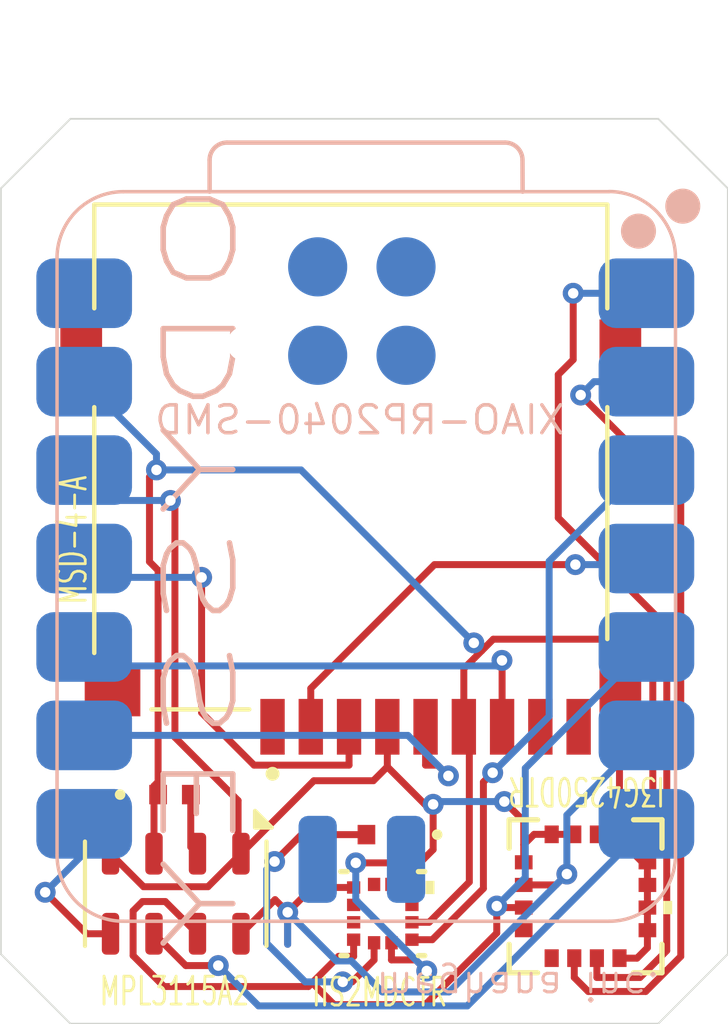
<source format=kicad_pcb>
(kicad_pcb (version 20241229) (generator "pcbnew") (generator_version "9.0")
  (title_block (title "Odyssey") (date "4/23/2025") (company "Hack Club") (comment 1 "apex.hackclub.com"))
  (layers (0 "F.Cu" signal) (2 "B.Cu" signal) (13 "F.Paste" user) (15 "B.Paste" user) (5 "F.SilkS" user "F.Silkscreen") (7 "B.SilkS" user "B.Silkscreen") (1 "F.Mask" user) (3 "B.Mask" user) (25 "Edge.Cuts" user))
  (net 0 "")
  (net 3 "3.3V XIAO")
  (net 4 "I3G4 INT2")
  (net 5 "XIAO SCL")
  (net 7 "I3G4 INT1")
  (net 8 "XIAO SDA")
  (net 9 "Net-(U2-C1)")
  (net 10 "IIS2 INT")
  (net 11 "MPL INT2")
  (net 12 "MPL INT1")
  (net 13 "Net-(U5-CAP)")
  (net 19 "MISO")
  (net 21 "MSD STAT")
  (net 23 "CLK")
  (net 24 "MOSI")
  (net 25 "GND")
  (net 33 "Net-(C3-Pad1)")
  (footprint "footprints:I3G4250DTR" (layer "F.Cu") (at 71.25 66.03)
    (property "Reference" "U1" (hide yes))
    (property "Value" "I3G4250DTR" (at 0.025001 -3.022 180) (layer "F.SilkS") (effects (font (size 0.8 0.5) (thickness 0.08))))
    (fp_line (start -2.1971 -2.1971) (end -2.1971 -1.380585) (stroke (width 0.1524)) (layer "F.SilkS"))
    (fp_line (start -2.1971 1.380585) (end -2.1971 2.1971) (stroke (width 0.1524)) (layer "F.SilkS"))
    (fp_line (start -2.1971 2.1971) (end -1.380585 2.1971) (stroke (width 0.1524)) (layer "F.SilkS"))
    (fp_line (start -1.380585 -2.1971) (end -2.1971 -2.1971) (stroke (width 0.1524)) (layer "F.SilkS"))
    (fp_line (start 1.380585 2.1971) (end 2.1971 2.1971) (stroke (width 0.1524)) (layer "F.SilkS"))
    (fp_line (start 2.1971 -2.1971) (end 1.380585 -2.1971) (stroke (width 0.1524)) (layer "F.SilkS"))
    (fp_line (start 2.1971 -1.380585) (end 2.1971 -2.1971) (stroke (width 0.1524)) (layer "F.SilkS"))
    (fp_line (start 2.1971 2.1971) (end 2.1971 1.380585) (stroke (width 0.1524)) (layer "F.SilkS"))
    (fp_poly (pts (xy 2.4892 0.134501) (xy 2.4892 0.515501) (xy 2.2352 0.515501) (xy 2.2352 0.134501)) (fill yes) (layer "F.SilkS"))
    (pad "1" smd rect (at -1.778 -0.974999 90) (size 0.4064 0.508) (layers "F.Cu" "F.Mask" "F.Paste") (net 3 "3.3V XIAO"))
    (pad "2" smd rect (at -1.778 -0.325001 90) (size 0.4064 0.508) (layers "F.Cu" "F.Mask" "F.Paste") (net 5 "XIAO SCL"))
    (pad "3" smd rect (at -1.778 0.325001 90) (size 0.4064 0.508) (layers "F.Cu" "F.Mask" "F.Paste") (net 8 "XIAO SDA"))
    (pad "4" smd rect (at -1.778 0.974999 90) (size 0.4064 0.508) (layers "F.Cu" "F.Mask" "F.Paste"))
    (pad "5" smd rect (at -0.974999 1.778) (size 0.4064 0.508) (layers "F.Cu" "F.Mask" "F.Paste"))
    (pad "6" smd rect (at -0.325001 1.778) (size 0.4064 0.508) (layers "F.Cu" "F.Mask" "F.Paste") (net 4 "I3G4 INT2"))
    (pad "7" smd rect (at 0.325001 1.778) (size 0.4064 0.508) (layers "F.Cu" "F.Mask" "F.Paste") (net 7 "I3G4 INT1"))
    (pad "8" smd rect (at 0.974999 1.778) (size 0.4064 0.508) (layers "F.Cu" "F.Mask" "F.Paste") (net 25 "GND"))
    (pad "9" smd rect (at 1.778 0.974999 90) (size 0.4064 0.508) (layers "F.Cu" "F.Mask" "F.Paste") (net 25 "GND"))
    (pad "10" smd rect (at 1.778 0.325001 90) (size 0.4064 0.508) (layers "F.Cu" "F.Mask" "F.Paste") (net 25 "GND"))
    (pad "11" smd rect (at 1.778 -0.325001 90) (size 0.4064 0.508) (layers "F.Cu" "F.Mask" "F.Paste") (net 25 "GND"))
    (pad "12" smd rect (at 1.778 -0.974999 90) (size 0.4064 0.508) (layers "F.Cu" "F.Mask" "F.Paste") (net 25 "GND"))
    (pad "13" smd rect (at 0.974999 -1.778) (size 0.4064 0.508) (layers "F.Cu" "F.Mask" "F.Paste") (net 25 "GND"))
    (pad "14" smd rect (at 0.325001 -1.778) (size 0.4064 0.508) (layers "F.Cu" "F.Mask" "F.Paste"))
    (pad "15" smd rect (at -0.325001 -1.778) (size 0.4064 0.508) (layers "F.Cu" "F.Mask" "F.Paste") (net 3 "3.3V XIAO"))
    (pad "16" smd rect (at -0.974999 -1.778) (size 0.4064 0.508) (layers "F.Cu" "F.Mask" "F.Paste") (net 3 "3.3V XIAO"))
  )
  (footprint "footprints:CUI_MSD-4-A" (layer "F.Cu") (at 64.5 53.4125 180)
    (property "Reference" "J1" (hide yes))
    (property "Value" "MSD-4-A" (at 8 -2.3875 90) (layer "F.SilkS") (effects (font (size 0.8 0.5) (thickness 0.08))))
    (fp_line (start 7.375 4.27) (end 7.375 7.25) (stroke (width 0.127)) (layer "F.SilkS"))
    (fp_line (start 7.375 -5.63) (end 7.375 1.43) (stroke (width 0.127)) (layer "F.SilkS"))
    (fp_line (start 5.73 -7.25) (end 2.92 -7.25) (stroke (width 0.127)) (layer "F.SilkS"))
    (fp_line (start -7.375 7.25) (end 7.375 7.25) (stroke (width 0.127)) (layer "F.SilkS"))
    (fp_line (start -7.375 4.27) (end -7.375 7.25) (stroke (width 0.127)) (layer "F.SilkS"))
    (fp_line (start -7.375 -5.23) (end -7.375 1.43) (stroke (width 0.127)) (layer "F.SilkS"))
    (fp_circle (center 2.25 -9.1) (end 2.35 -9.1) (stroke (width 0.2)) (fill no) (layer "F.SilkS"))
    (pad "" np_thru_hole circle (at -4.95 3.25 180) (size 1 1) (drill 1) (layers "*.Cu" "*.Mask"))
    (pad "" np_thru_hole circle (at 3.05 3.25 180) (size 1 1) (drill 1) (layers "*.Cu" "*.Mask"))
    (pad "1" smd rect (at 2.25 -7.75 180) (size 0.7 1.6) (layers "F.Cu" "F.Mask" "F.Paste"))
    (pad "2" smd rect (at 1.15 -7.75 180) (size 0.7 1.6) (layers "F.Cu" "F.Mask" "F.Paste") (net 21 "MSD STAT"))
    (pad "3" smd rect (at 0.05 -7.75 180) (size 0.7 1.6) (layers "F.Cu" "F.Mask" "F.Paste") (net 24 "MOSI"))
    (pad "4" smd rect (at -1.05 -7.75 180) (size 0.7 1.6) (layers "F.Cu" "F.Mask" "F.Paste") (net 3 "3.3V XIAO"))
    (pad "5" smd rect (at -2.15 -7.75 180) (size 0.7 1.6) (layers "F.Cu" "F.Mask" "F.Paste") (net 23 "CLK"))
    (pad "6" smd rect (at -3.25 -7.75 180) (size 0.7 1.6) (layers "F.Cu" "F.Mask" "F.Paste") (net 25 "GND"))
    (pad "7" smd rect (at -4.35 -7.75 180) (size 0.7 1.6) (layers "F.Cu" "F.Mask" "F.Paste") (net 19 "MISO"))
    (pad "8" smd rect (at -5.45 -7.75 180) (size 0.7 1.6) (layers "F.Cu" "F.Mask" "F.Paste"))
    (pad "CD" smd rect (at -6.55 -7.75 180) (size 0.7 1.6) (layers "F.Cu" "F.Mask" "F.Paste"))
    (pad "G1" smd rect (at -7.75 -6.45 180) (size 1.2 1.8) (layers "F.Cu" "F.Mask" "F.Paste"))
    (pad "G2" smd rect (at 6.85 -6.7 180) (size 1.6 1.5) (layers "F.Cu" "F.Mask" "F.Paste"))
    (pad "G3" smd rect (at -7.75 2.85 180) (size 1.2 2.2) (layers "F.Cu" "F.Mask" "F.Paste"))
    (pad "G4" smd rect (at 7.75 2.85 180) (size 1.2 2.2) (layers "F.Cu" "F.Mask" "F.Paste"))
  )
  (footprint "footprints:CAP_0402_N_WAL" (layer "F.Cu") (at 65.4199 64.26 180)
    (property "Reference" "C3" (hide yes))
    (property "Value" "C2" (hide yes))
    (fp_circle (center -1.5621 0) (end -1.4859 0) (stroke (width 0.1524)) (fill no) (layer "F.SilkS"))
    (pad "1" smd rect (at -0.4699 0 180) (size 0.508 0.5588) (layers "F.Cu" "F.Mask" "F.Paste") (net 33 "Net-(C3-Pad1)"))
    (pad "2" smd rect (at 0.4699 0 180) (size 0.508 0.5588) (layers "F.Cu" "F.Mask" "F.Paste") (net 9 "Net-(U2-C1)"))
  )
  (footprint "footprints:IIS2MDCTR" (layer "F.Cu") (at 65.42 66.5282)
    (property "Reference" "U2" (hide yes))
    (property "Value" "IIS2MDCTR" (at -0.09 2.2618 0) (layer "F.SilkS") (effects (font (size 0.8 0.5) (thickness 0.08))))
    (fp_line (start -1.2065 1.2065) (end -1.024229 1.2065) (stroke (width 0.1524)) (layer "F.SilkS"))
    (fp_line (start -1.024229 -1.2065) (end -1.2065 -1.2065) (stroke (width 0.1524)) (layer "F.SilkS"))
    (fp_line (start 1.024229 1.2065) (end 1.2065 1.2065) (stroke (width 0.1524)) (layer "F.SilkS"))
    (fp_line (start 1.2065 -1.2065) (end 1.024229 -1.2065) (stroke (width 0.1524)) (layer "F.SilkS"))
    (fp_poly (pts (xy 1.4859 -0.940501) (xy 1.4859 -0.559501) (xy 1.2319 -0.559501) (xy 1.2319 -0.940501)) (fill yes) (layer "F.SilkS"))
    (pad "1" smd rect (at -0.8382 -0.750001 90) (size 0.3556 0.381) (layers "F.Cu" "F.Mask" "F.Paste") (net 5 "XIAO SCL"))
    (pad "2" smd rect (at -0.8382 -0.25 90) (size 0.3556 0.381) (layers "F.Cu" "F.Mask" "F.Paste"))
    (pad "3" smd rect (at -0.8382 0.25 90) (size 0.3556 0.381) (layers "F.Cu" "F.Mask" "F.Paste"))
    (pad "4" smd rect (at -0.8382 0.750001 90) (size 0.3556 0.381) (layers "F.Cu" "F.Mask" "F.Paste") (net 8 "XIAO SDA"))
    (pad "5" smd rect (at -0.25 0.8382) (size 0.3556 0.381) (layers "F.Cu" "F.Mask" "F.Paste") (net 9 "Net-(U2-C1)"))
    (pad "6" smd rect (at 0.25 0.8382) (size 0.3556 0.381) (layers "F.Cu" "F.Mask" "F.Paste") (net 33 "Net-(C3-Pad1)"))
    (pad "7" smd rect (at 0.8382 0.750001 90) (size 0.3556 0.381) (layers "F.Cu" "F.Mask" "F.Paste") (net 10 "IIS2 INT"))
    (pad "8" smd rect (at 0.8382 0.25 90) (size 0.3556 0.381) (layers "F.Cu" "F.Mask" "F.Paste") (net 25 "GND"))
    (pad "9" smd rect (at 0.8382 -0.25 90) (size 0.3556 0.381) (layers "F.Cu" "F.Mask" "F.Paste") (net 3 "3.3V XIAO"))
    (pad "10" smd rect (at 0.8382 -0.750001 90) (size 0.3556 0.381) (layers "F.Cu" "F.Mask" "F.Paste") (net 3 "3.3V XIAO"))
    (pad "11" smd rect (at 0.25 -0.8382) (size 0.3556 0.381) (layers "F.Cu" "F.Mask" "F.Paste"))
    (pad "12" smd rect (at -0.25 -0.8382) (size 0.3556 0.381) (layers "F.Cu" "F.Mask" "F.Paste"))
  )
  (footprint "Package_LGA:NXP_LGA-8_3x5mm_P1.25mm_H1.1mm" (layer "F.Cu") (at 59.4675 65.9575 -90)
    (property "Reference" "U5" (hide yes))
    (property "Value" "MPL3115A2" (at 2.8025 0.0375 180) (layer "F.SilkS") (effects (font (size 0.8 0.5) (thickness 0.08))))
    (fp_line (start -1.5 2.61) (end 1.5 2.61) (stroke (width 0.12)) (layer "F.SilkS"))
    (fp_line (start -1.5 -2.61) (end 1.5 -2.61) (stroke (width 0.12)) (layer "F.SilkS"))
    (fp_poly (pts (xy -1.9 -2.28) (xy -2.38 -2.28) (xy -1.9 -2.76) (xy -1.9 -2.28)) (stroke (width 0.12)) (fill yes) (layer "F.SilkS"))
    (pad "1" smd roundrect (at -1.15 -1.875 270) (size 1.2 0.5) (layers "F.Cu" "F.Mask" "F.Paste") (net 3 "3.3V XIAO"))
    (pad "2" smd roundrect (at -1.15 -0.625 270) (size 1.2 0.5) (layers "F.Cu" "F.Mask" "F.Paste") (net 13 "Net-(U5-CAP)"))
    (pad "3" smd roundrect (at -1.15 0.625 270) (size 1.2 0.5) (layers "F.Cu" "F.Mask" "F.Paste") (net 25 "GND"))
    (pad "4" smd roundrect (at -1.15 1.875 270) (size 1.2 0.5) (layers "F.Cu" "F.Mask" "F.Paste") (net 3 "3.3V XIAO"))
    (pad "5" smd roundrect (at 1.15 1.875 270) (size 1.2 0.5) (layers "F.Cu" "F.Mask" "F.Paste") (net 11 "MPL INT2"))
    (pad "6" smd roundrect (at 1.15 0.625 270) (size 1.2 0.5) (layers "F.Cu" "F.Mask" "F.Paste") (net 12 "MPL INT1"))
    (pad "7" smd roundrect (at 1.15 -0.625 270) (size 1.2 0.5) (layers "F.Cu" "F.Mask" "F.Paste") (net 8 "XIAO SDA"))
    (pad "8" smd roundrect (at 1.15 -1.875 270) (size 1.2 0.5) (layers "F.Cu" "F.Mask" "F.Paste") (net 5 "XIAO SCL"))
  )
  (footprint "footprints:CAP_0402_N_WAL" (layer "F.Cu") (at 59.43 63.11)
    (property "Reference" "C1" (hide yes))
    (property "Value" "0402B104K160CT" (hide yes))
    (fp_circle (center -1.5621 0) (end -1.4859 0) (stroke (width 0.1524)) (fill no) (layer "F.SilkS"))
    (pad "1" smd rect (at -0.4699 0) (size 0.508 0.5588) (layers "F.Cu" "F.Mask" "F.Paste") (net 25 "GND"))
    (pad "2" smd rect (at 0.4699 0) (size 0.508 0.5588) (layers "F.Cu" "F.Mask" "F.Paste") (net 13 "Net-(U5-CAP)"))
  )
  (footprint "footprints:XIAO-RP2040-SMD" (layer "B.Cu") (at 65 56.33 180)
    (property "Reference" "U3" (hide yes))
    (property "Value" "XIAO-RP2040-SMD" (at 0.2455 3.98025 0) (layer "B.SilkS") (effects (font (size 0.8 0.8) (thickness 0.1016)) (justify mirror)))
    (fp_line (start 8.945 -8.513) (end 8.945 8.632) (stroke (width 0.1)) (layer "B.SilkS"))
    (fp_line (start 7.04 10.537) (end -6.93 10.537) (stroke (width 0.1)) (layer "B.SilkS"))
    (fp_line (start 4.559 11.447) (end 4.559 10.537) (stroke (width 0.127)) (layer "B.SilkS"))
    (fp_line (start -3.936272 11.947) (end 4.059 11.947) (stroke (width 0.127)) (layer "B.SilkS"))
    (fp_line (start -4.44 10.537) (end -4.436272 11.447272) (stroke (width 0.127)) (layer "B.SilkS"))
    (fp_line (start -6.93 -10.418) (end 7.04 -10.418) (stroke (width 0.1)) (layer "B.SilkS"))
    (fp_line (start -8.835 -8.513) (end -8.835 8.632) (stroke (width 0.1)) (layer "B.SilkS"))
    (fp_arc (start 8.945 8.632) (mid 8.387038 9.979038) (end 7.04 10.537) (stroke (width 0.1)) (layer "B.SilkS"))
    (fp_arc (start 7.04 -10.418) (mid 8.387038 -9.860038) (end 8.945 -8.513) (stroke (width 0.1)) (layer "B.SilkS"))
    (fp_arc (start 4.559 11.447) (mid 4.412553 11.800553) (end 4.059 11.947) (stroke (width 0.127)) (layer "B.SilkS"))
    (fp_arc (start -3.936272 11.947) (mid -4.289724 11.800644) (end -4.436272 11.447272) (stroke (width 0.127)) (layer "B.SilkS"))
    (fp_arc (start -6.93 10.541) (mid -8.277038 9.983038) (end -8.835 8.636) (stroke (width 0.1)) (layer "B.SilkS"))
    (fp_arc (start -8.835 -8.513) (mid -8.277038 -9.860038) (end -6.93 -10.418) (stroke (width 0.1)) (layer "B.SilkS"))
    (fp_circle (center -7.771 9.404) (end -7.771 9.658) (stroke (width 0.5)) (fill yes) (layer "B.SilkS"))
    (fp_circle (center -9.045 10.121) (end -9.045 10.375) (stroke (width 0.5)) (fill yes) (layer "B.SilkS"))
    (pad "1" smd roundrect (at -8 7.62 180) (size 2.75 2) (layers "B.Cu" "B.Mask" "B.Paste") (net 7 "I3G4 INT1"))
    (pad "2" smd roundrect (at -8 5.08 180) (size 2.75 2) (layers "B.Cu" "B.Mask" "B.Paste") (net 4 "I3G4 INT2"))
    (pad "3" smd roundrect (at -8 2.54 180) (size 2.75 2) (layers "B.Cu" "B.Mask" "B.Paste") (net 10 "IIS2 INT"))
    (pad "4" smd roundrect (at -8 0 180) (size 2.75 2) (layers "B.Cu" "B.Mask" "B.Paste") (net 21 "MSD STAT"))
    (pad "5" smd roundrect (at -8 -2.54 180) (size 2.75 2) (layers "B.Cu" "B.Mask" "B.Paste") (net 8 "XIAO SDA"))
    (pad "6" smd roundrect (at -8 -5.08 180) (size 2.75 2) (layers "B.Cu" "B.Mask" "B.Paste") (net 5 "XIAO SCL"))
    (pad "7" smd roundrect (at -8 -7.62 180) (size 2.75 2) (layers "B.Cu" "B.Mask" "B.Paste") (net 12 "MPL INT1"))
    (pad "8" smd roundrect (at 8.165 -7.62 180) (size 2.75 2) (layers "B.Cu" "B.Mask" "B.Paste") (net 11 "MPL INT2"))
    (pad "9" smd roundrect (at 8.165 -5.08 180) (size 2.75 2) (layers "B.Cu" "B.Mask" "B.Paste") (net 23 "CLK"))
    (pad "10" smd roundrect (at 8.165 -2.54 180) (size 2.75 2) (layers "B.Cu" "B.Mask" "B.Paste") (net 19 "MISO"))
    (pad "11" smd roundrect (at 8.165 0 180) (size 2.75 2) (layers "B.Cu" "B.Mask" "B.Paste") (net 24 "MOSI"))
    (pad "12" smd roundrect (at 8.165 2.54 180) (size 2.75 2) (layers "B.Cu" "B.Mask" "B.Paste") (net 3 "3.3V XIAO"))
    (pad "13" smd roundrect (at 8.165 5.08 180) (size 2.75 2) (layers "B.Cu" "B.Mask" "B.Paste") (net 25 "GND"))
    (pad "14" smd roundrect (at 8.165 7.62 180) (size 2.75 2) (layers "B.Cu" "B.Mask" "B.Paste"))
    (pad "15" smd roundrect (at -1.088 -8.64 270) (size 2.5 1.1) (layers "B.Cu" "B.Mask" "B.Paste"))
    (pad "16" smd roundrect (at 1.452 -8.64 270) (size 2.5 1.1) (layers "B.Cu" "B.Mask" "B.Paste"))
    (pad "17" smd circle (at -1.088 8.378 180) (size 1.7 1.7) (layers "B.Cu" "B.Mask" "B.Paste"))
    (pad "18" smd circle (at 1.452 8.378 180) (size 1.7 1.7) (layers "B.Cu" "B.Mask" "B.Paste"))
    (pad "19" smd circle (at -1.088 5.838 180) (size 1.7 1.7) (layers "B.Cu" "B.Mask" "B.Paste"))
    (pad "20" smd circle (at 1.452 5.838 180) (size 1.7 1.7) (layers "B.Cu" "B.Mask" "B.Paste"))
  )
  (gr_line (start 73.34 69.69) (end 75.34 67.69) (stroke (width 0.05)) (layer "Edge.Cuts"))
  (gr_line (start 75.34 45.7) (end 73.34 43.7) (stroke (width 0.05)) (layer "Edge.Cuts"))
  (gr_line (start 56.44 69.69) (end 73.34 69.69) (stroke (width 0.05)) (layer "Edge.Cuts"))
  (gr_line (start 54.44 45.7) (end 56.44 43.7) (stroke (width 0.05)) (layer "Edge.Cuts"))
  (gr_line (start 56.44 43.7) (end 73.34 43.7) (stroke (width 0.05)) (layer "Edge.Cuts"))
  (gr_line (start 54.44 67.69) (end 54.44 45.7) (stroke (width 0.05)) (layer "Edge.Cuts"))
  (gr_line (start 54.44 67.69) (end 56.44 69.69) (stroke (width 0.05)) (layer "Edge.Cuts"))
  (gr_line (start 75.34 67.69) (end 75.34 45.7) (stroke (width 0.05)) (layer "Edge.Cuts"))
  (gr_text "meghana inc." (at 65.17 68.14 180) (layer "B.SilkS") (effects (font (size 0.8 0.8) (thickness 0.0875)) (justify left bottom mirror)))
  (gr_text "ODYSSEY" (at 61.36 45.25 90) (layer "B.SilkS") (effects (font (size 2 3.4) (thickness 0.16) (bold yes)) (justify left bottom mirror)))
  (segment (start 68.9143 63.3105) (end 69.472 63.8682) (width 0.2) (layer "F.Cu") (net 3))
  (segment (start 69.472 65.055) (end 69.472 64.5501) (width 0.2) (layer "F.Cu") (net 3))
  (segment (start 66.2582 65.7782) (end 66.2582 65.2987) (width 0.2) (layer "F.Cu") (net 3))
  (segment (start 66.6292 63.3898) (end 66.8675 63.3898) (width 0.2) (layer "F.Cu") (net 3))
  (segment (start 59.3143 54.6625) (end 59.4441 54.7923) (width 0.2) (layer "F.Cu") (net 3))
  (segment (start 61.2597 64.8903) (end 60.3932 65.7568) (width 0.2) (layer "F.Cu") (net 3))
  (segment (start 69.472 64.5501) (end 69.7701 64.252) (width 0.2) (layer "F.Cu") (net 3))
  (segment (start 65.1483 62.7123) (end 65.55 62.3106) (width 0.2) (layer "F.Cu") (net 3))
  (segment (start 61.3425 64.8075) (end 63.4377 62.7123) (width 0.2) (layer "F.Cu") (net 3))
  (segment (start 69.472 63.8682) (end 69.472 64.5501) (width 0.2) (layer "F.Cu") (net 3))
  (segment (start 66.8675 64.6894) (end 66.2582 65.2987) (width 0.2) (layer "F.Cu") (net 3))
  (segment (start 70.275 64.252) (end 69.7701 64.252) (width 0.2) (layer "F.Cu") (net 3))
  (segment (start 63.4377 62.7123) (end 65.1483 62.7123) (width 0.2) (layer "F.Cu") (net 3))
  (segment (start 66.8675 63.3898) (end 66.8675 64.6894) (width 0.2) (layer "F.Cu") (net 3))
  (segment (start 61.2597 64.8075) (end 61.3425 64.8075) (width 0.2) (layer "F.Cu") (net 3))
  (segment (start 61.2597 64.8075) (end 61.2597 64.8903) (width 0.2) (layer "F.Cu") (net 3))
  (segment (start 66.2582 66.2782) (end 66.2582 65.7782) (width 0.2) (layer "F.Cu") (net 3))
  (segment (start 59.4441 61.4653) (end 61.2597 63.2809) (width 0.2) (layer "F.Cu") (net 3))
  (segment (start 65.55 61.1625) (end 65.55 62.2642) (width 0.2) (layer "F.Cu") (net 3))
  (segment (start 65.55 62.2642) (end 65.55 62.3106) (width 0.2) (layer "F.Cu") (net 3))
  (segment (start 65.55 62.3106) (end 66.6292 63.3898) (width 0.2) (layer "F.Cu") (net 3))
  (segment (start 60.3932 65.7568) (end 58.5418 65.7568) (width 0.2) (layer "F.Cu") (net 3))
  (segment (start 58.5418 65.7568) (end 57.5925 64.8075) (width 0.2) (layer "F.Cu") (net 3))
  (segment (start 61.2597 63.2809) (end 61.2597 64.8075) (width 0.2) (layer "F.Cu") (net 3))
  (segment (start 59.4441 54.7923) (end 59.4441 61.4653) (width 0.2) (layer "F.Cu") (net 3))
  (segment (start 70.925 64.252) (end 70.275 64.252) (width 0.2) (layer "F.Cu") (net 3))
  (via (at 68.9143 63.3105) (size 0.6) (drill 0.3) (layers "F.Cu" "B.Cu") (net 3))
  (via (at 66.8675 63.3898) (size 0.6) (drill 0.3) (layers "F.Cu" "B.Cu") (net 3))
  (via (at 59.3143 54.6625) (size 0.6) (drill 0.3) (layers "F.Cu" "B.Cu") (net 3))
  (segment (start 68.9143 63.3105) (end 66.9468 63.3105) (width 0.2) (layer "B.Cu") (net 3))
  (segment (start 57.7075 54.6625) (end 56.835 53.79) (width 0.2) (layer "B.Cu") (net 3))
  (segment (start 59.3143 54.6625) (end 57.7075 54.6625) (width 0.2) (layer "B.Cu") (net 3))
  (segment (start 66.9468 63.3105) (end 66.8675 63.3898) (width 0.2) (layer "B.Cu") (net 3))
  (segment (start 73.5852 64.1603) (end 73.5852 61.597) (width 0.2) (layer "F.Cu") (net 4))
  (segment (start 72.9791 68.7654) (end 73.9869 67.7576) (width 0.2) (layer "F.Cu") (net 4))
  (segment (start 73.9869 54.5119) (end 71.1091 51.6341) (width 0.2) (layer "F.Cu") (net 4))
  (segment (start 73.9869 67.7576) (end 73.9869 64.562) (width 0.2) (layer "F.Cu") (net 4))
  (segment (start 70.925 67.808) (end 70.925 68.3637) (width 0.2) (layer "F.Cu") (net 4))
  (segment (start 70.925 68.3637) (end 71.3267 68.7654) (width 0.2) (layer "F.Cu") (net 4))
  (segment (start 73.9869 61.1953) (end 73.9869 54.5119) (width 0.2) (layer "F.Cu") (net 4))
  (segment (start 73.75 64.3251) (end 73.5852 64.1603) (width 0.2) (layer "F.Cu") (net 4))
  (segment (start 73.9869 64.562) (end 73.75 64.3251) (width 0.2) (layer "F.Cu") (net 4))
  (segment (start 73.75 64.3251) (end 73.5852 64.1603) (width 0.2) (layer "F.Cu") (net 4))
  (segment (start 73.5852 61.597) (end 73.9869 61.1953) (width 0.2) (layer "F.Cu") (net 4))
  (segment (start 71.3267 68.7654) (end 72.9791 68.7654) (width 0.2) (layer "F.Cu") (net 4))
  (via (at 71.1091 51.6341) (size 0.6) (drill 0.3) (layers "F.Cu" "B.Cu") (net 4))
  (segment (start 71.4932 51.25) (end 73 51.25) (width 0.2) (layer "B.Cu") (net 4))
  (segment (start 71.1091 51.6341) (end 71.4932 51.25) (width 0.2) (layer "B.Cu") (net 4))
  (segment (start 62.6854 67.4098) (end 62.6854 66.4899) (width 0.2) (layer "F.Cu") (net 5))
  (segment (start 63.397 65.7782) (end 62.6854 66.4898) (width 0.2) (layer "F.Cu") (net 5))
  (segment (start 62.6854 66.4899) (end 62.6854 67.4098) (width 0.2) (layer "F.Cu") (net 5))
  (segment (start 62.6854 66.4898) (end 62.3228 66.1272) (width 0.2) (layer "F.Cu") (net 5))
  (segment (start 69.472 65.705) (end 70.3993 65.705) (width 0.2) (layer "F.Cu") (net 5))
  (segment (start 62.3228 66.1272) (end 61.3425 67.1075) (width 0.2) (layer "F.Cu") (net 5))
  (segment (start 64.5818 65.7782) (end 63.397 65.7782) (width 0.2) (layer "F.Cu") (net 5))
  (segment (start 70.3993 65.705) (end 70.7118 65.3925) (width 0.2) (layer "F.Cu") (net 5))
  (segment (start 62.6854 66.4899) (end 62.6854 66.4898) (width 0.2) (layer "F.Cu") (net 5))
  (via (at 62.6854 66.4899) (size 0.6) (drill 0.3) (layers "F.Cu" "B.Cu") (net 5))
  (via (at 70.7118 65.3925) (size 0.6) (drill 0.3) (layers "F.Cu" "B.Cu") (net 5))
  (segment (start 62.6854 67.4098) (end 62.6854 66.4899) (width 0.2) (layer "B.Cu") (net 5))
  (segment (start 62.6854 66.4899) (end 62.6854 67.4098) (width 0.2) (layer "B.Cu") (net 5))
  (segment (start 73 61.41) (end 70.7118 63.6982) (width 0.2) (layer "B.Cu") (net 5))
  (segment (start 62.6854 66.4899) (end 64.0834 67.8879) (width 0.2) (layer "B.Cu") (net 5))
  (segment (start 70.7118 63.6982) (end 70.7118 65.3925) (width 0.2) (layer "B.Cu") (net 5))
  (segment (start 64.0834 67.8879) (end 64.5167 67.8879) (width 0.2) (layer "B.Cu") (net 5))
  (segment (start 67.3261 68.7782) (end 70.7118 65.3925) (width 0.2) (layer "B.Cu") (net 5))
  (segment (start 64.5167 67.8879) (end 65.407 68.7782) (width 0.2) (layer "B.Cu") (net 5))
  (segment (start 65.407 68.7782) (end 67.3261 68.7782) (width 0.2) (layer "B.Cu") (net 5))
  (segment (start 70.4644 51.0475) (end 70.8941 50.6178) (width 0.2) (layer "F.Cu") (net 7))
  (segment (start 73.5852 61.029) (end 73.5852 58.2818) (width 0.2) (layer "F.Cu") (net 7))
  (segment (start 73.4069 64.5501) (end 73.1835 64.3267) (width 0.2) (layer "F.Cu") (net 7))
  (segment (start 72.8128 68.3637) (end 73.5837 67.5928) (width 0.2) (layer "F.Cu") (net 7))
  (segment (start 73.5837 67.5928) (end 73.5837 64.7268) (width 0.2) (layer "F.Cu") (net 7))
  (segment (start 71.575 67.808) (end 71.575 68.3637) (width 0.2) (layer "F.Cu") (net 7))
  (segment (start 73.5837 64.7268) (end 73.407 64.5501) (width 0.2) (layer "F.Cu") (net 7))
  (segment (start 73.5852 58.2818) (end 70.4644 55.161) (width 0.2) (layer "F.Cu") (net 7))
  (segment (start 73.1835 64.3267) (end 73.1835 61.4307) (width 0.2) (layer "F.Cu") (net 7))
  (segment (start 73.407 64.5501) (end 73.4069 64.5501) (width 0.2) (layer "F.Cu") (net 7))
  (segment (start 70.4644 55.161) (end 70.4644 51.0475) (width 0.2) (layer "F.Cu") (net 7))
  (segment (start 71.575 68.3637) (end 72.8128 68.3637) (width 0.2) (layer "F.Cu") (net 7))
  (segment (start 70.8941 50.6178) (end 70.8941 48.711) (width 0.2) (layer "F.Cu") (net 7))
  (segment (start 73.1835 61.4307) (end 73.5852 61.029) (width 0.2) (layer "F.Cu") (net 7))
  (via (at 70.8941 48.711) (size 0.6) (drill 0.3) (layers "F.Cu" "B.Cu") (net 7))
  (segment (start 70.8941 48.711) (end 72.999 48.711) (width 0.2) (layer "B.Cu") (net 7))
  (segment (start 72.999 48.711) (end 73 48.71) (width 0.2) (layer "B.Cu") (net 7))
  (segment (start 58.5106 66.1819) (end 59.1669 66.1819) (width 0.2) (layer "F.Cu") (net 8))
  (segment (start 69.472 66.355) (end 68.9163 66.355) (width 0.2) (layer "F.Cu") (net 8))
  (segment (start 66.6407 69.1433) (end 68.6967 67.0873) (width 0.2) (layer "F.Cu") (net 8))
  (segment (start 63.3914 68.5149) (end 63.2832 68.6231) (width 0.2) (layer "F.Cu") (net 8))
  (segment (start 68.8732 66.3119) (end 68.6967 66.3119) (width 0.2) (layer "F.Cu") (net 8))
  (segment (start 58.2416 67.735) (end 58.2416 66.4509) (width 0.2) (layer "F.Cu") (net 8))
  (segment (start 68.6967 67.0873) (end 68.6967 66.3119) (width 0.2) (layer "F.Cu") (net 8))
  (segment (start 68.9163 66.355) (end 68.8732 66.3119) (width 0.2) (layer "F.Cu") (net 8))
  (segment (start 63.2832 68.6231) (end 59.1297 68.6231) (width 0.2) (layer "F.Cu") (net 8))
  (segment (start 58.2416 66.4509) (end 58.5106 66.1819) (width 0.2) (layer "F.Cu") (net 8))
  (segment (start 64.5818 67.7577) (end 64.1486 67.7577) (width 0.2) (layer "F.Cu") (net 8))
  (segment (start 59.1297 68.6231) (end 58.2416 67.735) (width 0.2) (layer "F.Cu") (net 8))
  (segment (start 64.1486 67.7577) (end 63.3914 68.5149) (width 0.2) (layer "F.Cu") (net 8))
  (segment (start 64.5818 67.2782) (end 64.5818 67.7577) (width 0.2) (layer "F.Cu") (net 8))
  (segment (start 63.3914 68.5149) (end 64.0197 69.1433) (width 0.2) (layer "F.Cu") (net 8))
  (segment (start 64.0197 69.1433) (end 66.6407 69.1433) (width 0.2) (layer "F.Cu") (net 8))
  (segment (start 59.1669 66.1819) (end 60.0925 67.1075) (width 0.2) (layer "F.Cu") (net 8))
  (via (at 68.6967 66.3119) (size 0.6) (drill 0.3) (layers "F.Cu" "B.Cu") (net 8))
  (segment (start 69.516 62.354) (end 73 58.87) (width 0.2) (layer "B.Cu") (net 8))
  (segment (start 69.516 65.4926) (end 69.516 62.354) (width 0.2) (layer "B.Cu") (net 8))
  (segment (start 68.6967 66.3119) (end 69.516 65.4926) (width 0.2) (layer "B.Cu") (net 8))
  (segment (start 64.5406 68.4896) (end 64.2675 68.4896) (width 0.2) (layer "F.Cu") (net 9))
  (segment (start 62.3084 65.033) (end 63.0814 64.26) (width 0.2) (layer "F.Cu") (net 9))
  (segment (start 63.0814 64.26) (end 64.95 64.26) (width 0.2) (layer "F.Cu") (net 9))
  (segment (start 62.4722 64.8692) (end 62.3084 65.033) (width 0.2) (layer "F.Cu") (net 9))
  (segment (start 65.17 67.8602) (end 64.5406 68.4896) (width 0.2) (layer "F.Cu") (net 9))
  (segment (start 62.3084 65.033) (end 62.4722 64.8692) (width 0.2) (layer "F.Cu") (net 9))
  (segment (start 65.17 67.3664) (end 65.17 67.8602) (width 0.2) (layer "F.Cu") (net 9))
  (via (at 62.3084 65.033) (size 0.6) (drill 0.3) (layers "F.Cu" "B.Cu") (net 9))
  (via (at 64.2675 68.4896) (size 0.6) (drill 0.3) (layers "F.Cu" "B.Cu") (net 9))
  (segment (start 62.0832 67.3821) (end 62.0832 65.2582) (width 0.2) (layer "B.Cu") (net 9))
  (segment (start 62.0832 65.2582) (end 62.3084 65.033) (width 0.2) (layer "B.Cu") (net 9))
  (segment (start 62.4722 64.8692) (end 62.3084 65.033) (width 0.2) (layer "B.Cu") (net 9))
  (segment (start 64.2675 68.4896) (end 63.1907 68.4896) (width 0.2) (layer "B.Cu") (net 9))
  (segment (start 62.3084 65.033) (end 62.4722 64.8692) (width 0.2) (layer "B.Cu") (net 9))
  (segment (start 63.1907 68.4896) (end 62.0832 67.3821) (width 0.2) (layer "B.Cu") (net 9))
  (segment (start 66.8416 67.2782) (end 66.2582 67.2782) (width 0.2) (layer "F.Cu") (net 10))
  (segment (start 68.5793 62.4828) (end 68.3126 62.7495) (width 0.2) (layer "F.Cu") (net 10))
  (segment (start 68.3126 65.8072) (end 66.8416 67.2782) (width 0.2) (layer "F.Cu") (net 10))
  (segment (start 68.3126 62.7495) (end 68.3126 65.8072) (width 0.2) (layer "F.Cu") (net 10))
  (via (at 68.5793 62.4828) (size 0.6) (drill 0.3) (layers "F.Cu" "B.Cu") (net 10))
  (segment (start 70.2026 56.4083) (end 70.2026 60.8595) (width 0.2) (layer "B.Cu") (net 10))
  (segment (start 70.2026 60.8595) (end 68.5793 62.4828) (width 0.2) (layer "B.Cu") (net 10))
  (segment (start 73 53.79) (end 72.8209 53.79) (width 0.2) (layer "B.Cu") (net 10))
  (segment (start 72.8209 53.79) (end 70.2026 56.4083) (width 0.2) (layer "B.Cu") (net 10))
  (segment (start 57.5925 67.1075) (end 56.9054 67.1075) (width 0.2) (layer "F.Cu") (net 11))
  (segment (start 56.9054 67.1075) (end 55.7138 65.9159) (width 0.2) (layer "F.Cu") (net 11))
  (via (at 55.7138 65.9159) (size 0.6) (drill 0.3) (layers "F.Cu" "B.Cu") (net 11))
  (segment (start 55.7138 65.9159) (end 56.835 64.7947) (width 0.2) (layer "B.Cu") (net 11))
  (segment (start 56.835 64.7947) (end 56.835 63.95) (width 0.2) (layer "B.Cu") (net 11))
  (segment (start 60.6899 68.0214) (end 59.7564 68.0214) (width 0.2) (layer "F.Cu") (net 12))
  (segment (start 59.7564 68.0214) (end 58.8425 67.1075) (width 0.2) (layer "F.Cu") (net 12))
  (via (at 60.6899 68.0214) (size 0.6) (drill 0.3) (layers "F.Cu" "B.Cu") (net 12))
  (segment (start 67.8506 69.1799) (end 73 64.0305) (width 0.2) (layer "B.Cu") (net 12))
  (segment (start 73 64.0305) (end 73 63.95) (width 0.2) (layer "B.Cu") (net 12))
  (segment (start 61.8484 69.1799) (end 67.8506 69.1799) (width 0.2) (layer "B.Cu") (net 12))
  (segment (start 60.6899 68.0214) (end 61.8484 69.1799) (width 0.2) (layer "B.Cu") (net 12))
  (segment (start 59.8999 64.6149) (end 59.8999 63.11) (width 0.2) (layer "F.Cu") (net 13))
  (segment (start 60.0925 64.8075) (end 59.8999 64.6149) (width 0.2) (layer "F.Cu") (net 13))
  (segment (start 68.85 59.2599) (end 68.85 61.1625) (width 0.2) (layer "F.Cu") (net 19))
  (segment (start 68.8463 59.2562) (end 68.85 59.2599) (width 0.2) (layer "F.Cu") (net 19))
  (via (at 68.8463 59.2562) (size 0.6) (drill 0.3) (layers "F.Cu" "B.Cu") (net 19))
  (segment (start 56.835 58.87) (end 57.3798 59.4148) (width 0.2) (layer "B.Cu") (net 19))
  (segment (start 68.6877 59.4148) (end 68.8463 59.2562) (width 0.2) (layer "B.Cu") (net 19))
  (segment (start 57.3798 59.4148) (end 68.6877 59.4148) (width 0.2) (layer "B.Cu") (net 19))
  (segment (start 63.35 60.0608) (end 66.9062 56.5046) (width 0.2) (layer "F.Cu") (net 21))
  (segment (start 63.35 61.1625) (end 63.35 60.0608) (width 0.2) (layer "F.Cu") (net 21))
  (segment (start 66.9062 56.5046) (end 70.9571 56.5046) (width 0.2) (layer "F.Cu") (net 21))
  (via (at 70.9571 56.5046) (size 0.6) (drill 0.3) (layers "F.Cu" "B.Cu") (net 21))
  (segment (start 72.8254 56.5046) (end 73 56.33) (width 0.2) (layer "B.Cu") (net 21))
  (segment (start 70.9571 56.5046) (end 72.8254 56.5046) (width 0.2) (layer "B.Cu") (net 21))
  (segment (start 66.9977 62.2642) (end 66.65 62.2642) (width 0.2) (layer "F.Cu") (net 23))
  (segment (start 67.306 62.5725) (end 66.9977 62.2642) (width 0.2) (layer "F.Cu") (net 23))
  (segment (start 66.65 61.1625) (end 66.65 62.2642) (width 0.2) (layer "F.Cu") (net 23))
  (via (at 67.306 62.5725) (size 0.6) (drill 0.3) (layers "F.Cu" "B.Cu") (net 23))
  (segment (start 66.1435 61.41) (end 67.306 62.5725) (width 0.2) (layer "B.Cu") (net 23))
  (segment (start 56.835 61.41) (end 66.1435 61.41) (width 0.2) (layer "B.Cu") (net 23))
  (segment (start 60.2112 60.7568) (end 60.2112 56.8712) (width 0.2) (layer "F.Cu") (net 24))
  (segment (start 64.45 62.2642) (end 61.7186 62.2642) (width 0.2) (layer "F.Cu") (net 24))
  (segment (start 64.45 61.1625) (end 64.45 62.2642) (width 0.2) (layer "F.Cu") (net 24))
  (segment (start 61.7186 62.2642) (end 60.2112 60.7568) (width 0.2) (layer "F.Cu") (net 24))
  (via (at 60.2112 56.8712) (size 0.6) (drill 0.3) (layers "F.Cu" "B.Cu") (net 24))
  (segment (start 60.2112 56.8712) (end 57.3762 56.8712) (width 0.2) (layer "B.Cu") (net 24))
  (segment (start 57.3762 56.8712) (end 56.835 56.33) (width 0.2) (layer "B.Cu") (net 24))
  (segment (start 73.028 65.705) (end 73.028 65.2001) (width 0.2) (layer "F.Cu") (net 25))
  (segment (start 73.028 67.005) (end 73.028 67.5099) (width 0.2) (layer "F.Cu") (net 25))
  (segment (start 67.75 59.4928) (end 68.2633 58.9795) (width 0.2) (layer "F.Cu") (net 25))
  (segment (start 67.9077 61.3202) (end 67.75 61.1625) (width 0.2) (layer "F.Cu") (net 25))
  (segment (start 68.2633 58.9795) (end 68.5964 58.6464) (width 0.2) (layer "F.Cu") (net 25))
  (segment (start 67.75 61.1625) (end 67.75 59.4928) (width 0.2) (layer "F.Cu") (net 25))
  (segment (start 58.7126 53.9859) (end 58.7126 56.4213) (width 0.2) (layer "F.Cu") (net 25))
  (segment (start 72.225 61.8142) (end 72.225 64.252) (width 0.2) (layer "F.Cu") (net 25))
  (segment (start 68.5964 58.6464) (end 73.0306 58.6464) (width 0.2) (layer "F.Cu") (net 25))
  (segment (start 73.028 66.355) (end 73.028 65.705) (width 0.2) (layer "F.Cu") (net 25))
  (segment (start 58.9135 53.785) (end 58.7126 53.9859) (width 0.2) (layer "F.Cu") (net 25))
  (segment (start 73.1835 58.7993) (end 73.1835 60.8557) (width 0.2) (layer "F.Cu") (net 25))
  (segment (start 72.6356 64.8077) (end 73.028 65.2001) (width 0.2) (layer "F.Cu") (net 25))
  (segment (start 66.2582 66.7782) (end 66.7504 66.7782) (width 0.2) (layer "F.Cu") (net 25))
  (segment (start 73.1835 60.8557) (end 72.225 61.8142) (width 0.2) (layer "F.Cu") (net 25))
  (segment (start 66.7504 66.7782) (end 67.9077 65.6209) (width 0.2) (layer "F.Cu") (net 25))
  (segment (start 58.8425 62.8609) (end 58.8425 64.8075) (width 0.2) (layer "F.Cu") (net 25))
  (segment (start 73.028 66.355) (end 73.028 67.005) (width 0.2) (layer "F.Cu") (net 25))
  (segment (start 73.0306 58.6464) (end 73.1835 58.7993) (width 0.2) (layer "F.Cu") (net 25))
  (segment (start 58.9601 63.11) (end 58.9601 62.7433) (width 0.2) (layer "F.Cu") (net 25))
  (segment (start 58.9601 62.7433) (end 58.9601 62.5289) (width 0.2) (layer "F.Cu") (net 25))
  (segment (start 72.7299 67.808) (end 73.028 67.5099) (width 0.2) (layer "F.Cu") (net 25))
  (segment (start 58.9601 56.6688) (end 58.9601 62.5289) (width 0.2) (layer "F.Cu") (net 25))
  (segment (start 72.225 64.8077) (end 72.6356 64.8077) (width 0.2) (layer "F.Cu") (net 25))
  (segment (start 58.9601 62.7433) (end 58.8425 62.8609) (width 0.2) (layer "F.Cu") (net 25))
  (segment (start 72.225 67.808) (end 72.7299 67.808) (width 0.2) (layer "F.Cu") (net 25))
  (segment (start 58.7126 56.4213) (end 58.9601 56.6688) (width 0.2) (layer "F.Cu") (net 25))
  (segment (start 73.028 65.055) (end 73.028 65.2001) (width 0.2) (layer "F.Cu") (net 25))
  (segment (start 67.9077 65.6209) (end 67.9077 61.3202) (width 0.2) (layer "F.Cu") (net 25))
  (segment (start 72.225 64.252) (end 72.225 64.8077) (width 0.2) (layer "F.Cu") (net 25))
  (segment (start 68.0369 58.7531) (end 68.2633 58.9795) (width 0.2) (layer "F.Cu") (net 25))
  (via (at 68.0369 58.7531) (size 0.6) (drill 0.3) (layers "F.Cu" "B.Cu") (net 25))
  (via (at 58.9135 53.785) (size 0.6) (drill 0.3) (layers "F.Cu" "B.Cu") (net 25))
  (segment (start 56.835 51.25) (end 58.9135 53.3285) (width 0.2) (layer "B.Cu") (net 25))
  (segment (start 58.9135 53.785) (end 63.0688 53.785) (width 0.2) (layer "B.Cu") (net 25))
  (segment (start 63.0688 53.785) (end 68.0369 58.7531) (width 0.2) (layer "B.Cu") (net 25))
  (segment (start 58.9135 53.3285) (end 58.9135 53.785) (width 0.2) (layer "B.Cu") (net 25))
  (segment (start 65.8898 64.26) (end 65.8898 64.8411) (width 0.2) (layer "F.Cu") (net 33))
  (segment (start 66.6838 68.1765) (end 66.4851 67.9778) (width 0.2) (layer "F.Cu") (net 33))
  (segment (start 66.3659 67.8586) (end 65.67 67.8586) (width 0.2) (layer "F.Cu") (net 33))
  (segment (start 64.6805 65.0715) (end 64.6435 65.0715) (width 0.2) (layer "F.Cu") (net 33))
  (segment (start 65.67 67.3664) (end 65.67 67.8586) (width 0.2) (layer "F.Cu") (net 33))
  (segment (start 64.6435 65.0715) (end 64.6805 65.0715) (width 0.2) (layer "F.Cu") (net 33))
  (segment (start 64.6435 65.0715) (end 65.6594 65.0715) (width 0.2) (layer "F.Cu") (net 33))
  (segment (start 65.6594 65.0715) (end 65.8898 64.8411) (width 0.2) (layer "F.Cu") (net 33))
  (segment (start 66.6838 68.1765) (end 66.3659 67.8586) (width 0.2) (layer "F.Cu") (net 33))
  (segment (start 66.4851 67.9778) (end 66.6838 68.1765) (width 0.2) (layer "F.Cu") (net 33))
  (via (at 66.6838 68.1765) (size 0.6) (drill 0.3) (layers "F.Cu" "B.Cu") (net 33))
  (via (at 64.6435 65.0715) (size 0.6) (drill 0.3) (layers "F.Cu" "B.Cu") (net 33))
  (segment (start 64.6435 66.1362) (end 64.6435 65.0715) (width 0.2) (layer "B.Cu") (net 33))
  (segment (start 66.4851 67.9778) (end 64.6435 66.1362) (width 0.2) (layer "B.Cu") (net 33))
  (segment (start 64.6435 65.0715) (end 64.6805 65.0715) (width 0.2) (layer "B.Cu") (net 33))
  (segment (start 64.6805 65.0715) (end 64.6435 65.0715) (width 0.2) (layer "B.Cu") (net 33))
  (segment (start 66.4851 67.9778) (end 66.6838 68.1765) (width 0.2) (layer "B.Cu") (net 33))
)
</source>
